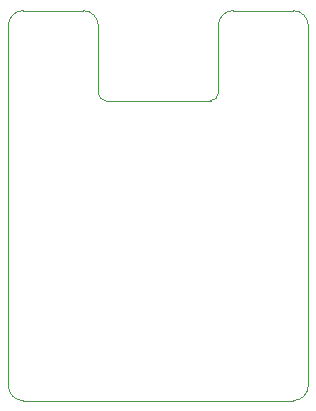
<source format=gm1>
%TF.GenerationSoftware,KiCad,Pcbnew,(6.0.11-0)*%
%TF.CreationDate,2023-02-15T20:24:28+08:00*%
%TF.ProjectId,Control,436f6e74-726f-46c2-9e6b-696361645f70,rev?*%
%TF.SameCoordinates,PX60e4b00PY5ad6650*%
%TF.FileFunction,Profile,NP*%
%FSLAX46Y46*%
G04 Gerber Fmt 4.6, Leading zero omitted, Abs format (unit mm)*
G04 Created by KiCad (PCBNEW (6.0.11-0)) date 2023-02-15 20:24:28*
%MOMM*%
%LPD*%
G01*
G04 APERTURE LIST*
%TA.AperFunction,Profile*%
%ADD10C,0.100000*%
%TD*%
%TA.AperFunction,Profile*%
%ADD11C,0.120000*%
%TD*%
G04 APERTURE END LIST*
D10*
X4445000Y8890000D02*
G75*
G03*
X5080000Y9525000I0J635000D01*
G01*
X-6350000Y16510000D02*
X-11430000Y16510000D01*
X6350000Y16510000D02*
G75*
G03*
X5080000Y15240000I0J-1270000D01*
G01*
X-12700000Y-15240000D02*
G75*
G03*
X-11430000Y-16510000I1270000J0D01*
G01*
X12700000Y15240000D02*
G75*
G03*
X11430000Y16510000I-1270000J0D01*
G01*
X12700000Y-15240000D02*
X12700000Y-7500000D01*
X5080000Y9525000D02*
X5080000Y15240000D01*
X-5080000Y9525000D02*
G75*
G03*
X-4445000Y8890000I635000J0D01*
G01*
X-11430000Y16510000D02*
G75*
G03*
X-12700000Y15240000I0J-1270000D01*
G01*
X-12700000Y15240000D02*
X-12700000Y7500000D01*
X-5080000Y15240000D02*
G75*
G03*
X-6350000Y16510000I-1270000J0D01*
G01*
X-12700000Y-7500000D02*
X-12700000Y-15240000D01*
X11430000Y-16510000D02*
G75*
G03*
X12700000Y-15240000I0J1270000D01*
G01*
X-5080000Y15240000D02*
X-5080000Y9525000D01*
X-4445000Y8890000D02*
X4445000Y8890000D01*
X11430000Y-16510000D02*
X-11430000Y-16510000D01*
X12700000Y15240000D02*
X12700000Y7500000D01*
X6350000Y16510000D02*
X11430000Y16510000D01*
D11*
%TO.C,J2*%
X12700000Y7500000D02*
X12700000Y-7500000D01*
%TO.C,J1*%
X-12700000Y-7500000D02*
X-12700000Y7500000D01*
%TD*%
M02*

</source>
